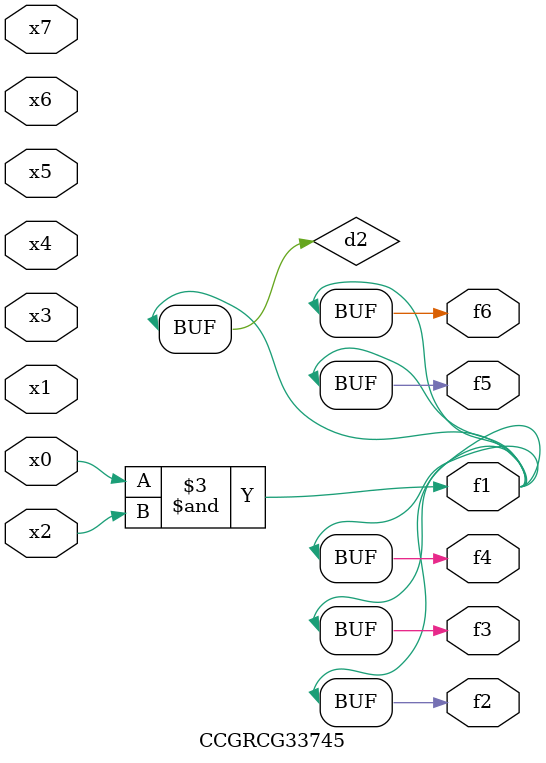
<source format=v>
module CCGRCG33745(
	input x0, x1, x2, x3, x4, x5, x6, x7,
	output f1, f2, f3, f4, f5, f6
);

	wire d1, d2;

	nor (d1, x3, x6);
	and (d2, x0, x2);
	assign f1 = d2;
	assign f2 = d2;
	assign f3 = d2;
	assign f4 = d2;
	assign f5 = d2;
	assign f6 = d2;
endmodule

</source>
